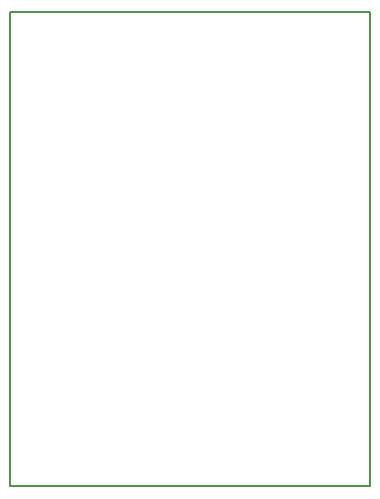
<source format=gbr>
%TF.GenerationSoftware,KiCad,Pcbnew,no-vcs-found-e5c4cfc~61~ubuntu16.04.1*%
%TF.CreationDate,2017-11-06T10:15:23+01:00*%
%TF.ProjectId,RTC03A,5254433033412E6B696361645F706362,REV*%
%TF.SameCoordinates,Original*%
%TF.FileFunction,Profile,NP*%
%FSLAX46Y46*%
G04 Gerber Fmt 4.6, Leading zero omitted, Abs format (unit mm)*
G04 Created by KiCad (PCBNEW no-vcs-found-e5c4cfc~61~ubuntu16.04.1) date Mon Nov  6 10:15:23 2017*
%MOMM*%
%LPD*%
G01*
G04 APERTURE LIST*
%ADD10C,0.150000*%
G04 APERTURE END LIST*
D10*
X0Y0D02*
X0Y40132000D01*
X30480000Y0D02*
X0Y0D01*
X30480000Y40132000D02*
X30480000Y0D01*
X0Y40132000D02*
X30480000Y40132000D01*
M02*

</source>
